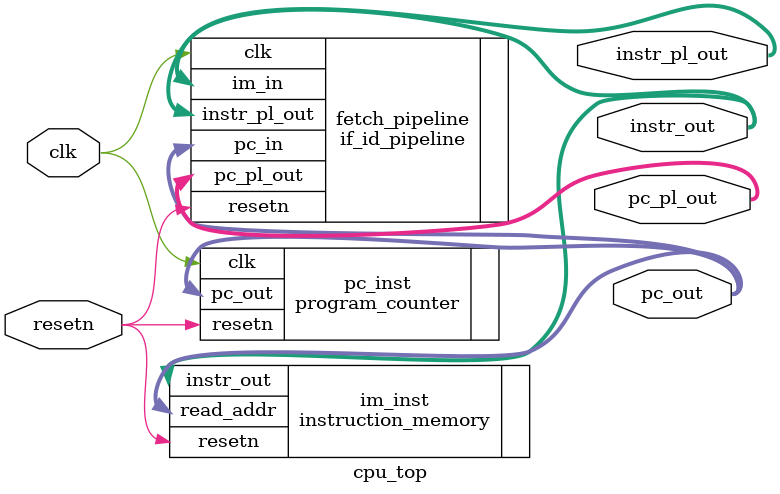
<source format=sv>
module cpu_top(clk, resetn, pc_out, instr_out, pc_pl_out, instr_pl_out);

    input clk;
    input resetn;
    output reg [31:0] pc_out;
    output reg [31:0] instr_out;

    output reg [31:0] pc_pl_out;
    output reg [31:0] instr_pl_out;

    // PC
    program_counter pc_inst(.clk(clk),
    .resetn(resetn),
    .pc_out(pc_out));

    // IM
    instruction_memory im_inst(.resetn(resetn),
    .read_addr(pc_out),
    .instr_out(instr_out));

    // if_id_pipeline
    if_id_pipeline fetch_pipeline(.clk(clk),
    .resetn(resetn),
    .pc_in(pc_out),
    .im_in(instr_out),
    .pc_pl_out(pc_pl_out),
    .instr_pl_out(instr_pl_out));

    // waveform directory
    initial begin
        $dumpfile("../waveforms/cpu_top.vcd");
        $dumpvars(0, cpu_top);
    end
endmodule
</source>
